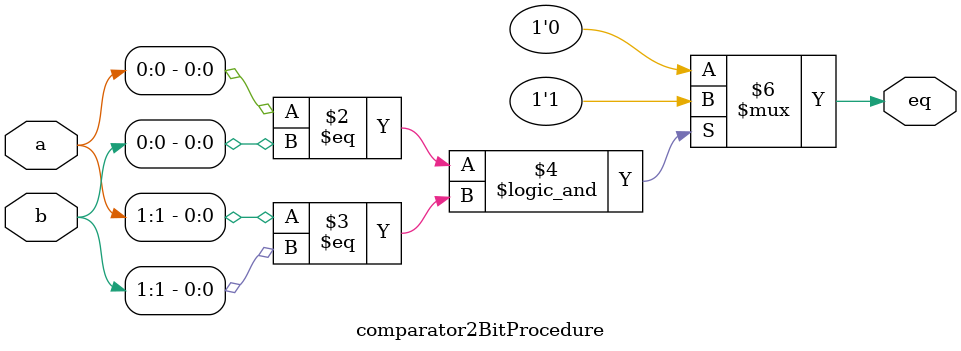
<source format=v>

module comparator2BitProcedure(
	input wire[1:0] a, b,
	output reg eq
	);

always @(a,b)
begin
	if (a[0]==b[0] && a[1]==b[1]) 
		eq = 1;
	else
		eq = 0;
end
endmodule
	
</source>
